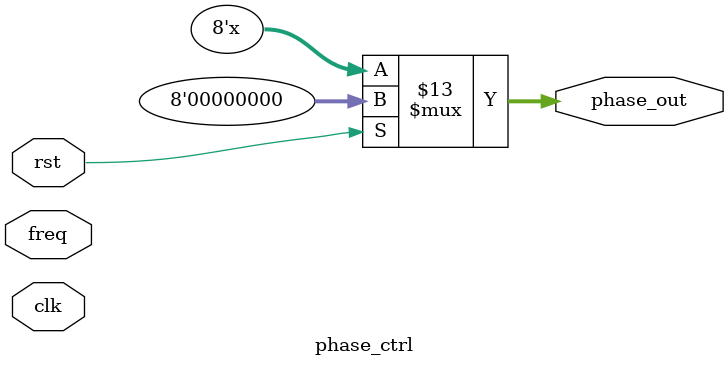
<source format=sv>
module phase_ctrl(
input logic clk,
input logic rst,
input logic [7:0]freq,
output logic [7:0] phase_out
);

reg [7:0]count;

always@(posedge clk or posedge rst) begin
if(rst)
count = 0;
else begin 
if(count < freq)
count = count + 1;
else count = 0;
end
end

always@(*)begin
if(rst)
phase_out = 0;
else begin
case(count == freq) 
1'b0: phase_out = phase_out;
1'b1: phase_out = phase_out + 1;
endcase
end
end

endmodule

</source>
